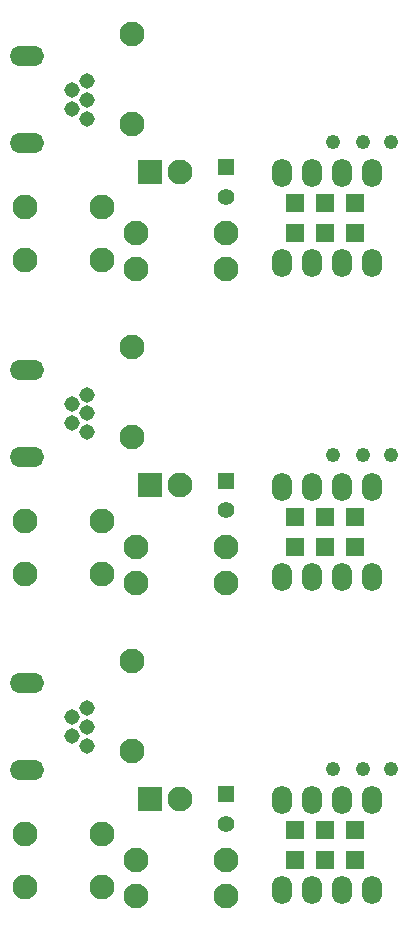
<source format=gbs>
G04 #@! TF.FileFunction,Soldermask,Bot*
%FSLAX46Y46*%
G04 Gerber Fmt 4.6, Leading zero omitted, Abs format (unit mm)*
G04 Created by KiCad (PCBNEW 4.0.5+dfsg1-4) date Tue Nov  6 22:35:12 2018*
%MOMM*%
%LPD*%
G01*
G04 APERTURE LIST*
%ADD10C,0.100000*%
%ADD11R,1.625600X1.625600*%
%ADD12C,2.101600*%
%ADD13C,1.309600*%
%ADD14O,2.901600X1.701600*%
%ADD15C,2.100580*%
%ADD16R,2.101600X2.101600*%
%ADD17O,1.701600X2.401600*%
%ADD18C,1.244600*%
%ADD19R,1.401600X1.401600*%
%ADD20C,1.401600*%
G04 APERTURE END LIST*
D10*
D11*
X176022000Y-76073000D03*
X173482000Y-76073000D03*
X173482000Y-78613000D03*
X176022000Y-78613000D03*
X170942000Y-76073000D03*
X170942000Y-78613000D03*
D12*
X154559000Y-76399000D03*
X154559000Y-80899000D03*
X148059000Y-76399000D03*
X148059000Y-80899000D03*
D13*
X153259000Y-67310000D03*
X153259000Y-68910000D03*
X152059000Y-66510000D03*
X152059000Y-68110000D03*
X153259000Y-65710000D03*
D14*
X148209000Y-70993000D03*
X148209000Y-63627000D03*
D15*
X165100000Y-78613000D03*
X157480000Y-78613000D03*
D16*
X158623000Y-73406000D03*
D12*
X161163000Y-73406000D03*
D17*
X169799000Y-81153000D03*
X172339000Y-81153000D03*
X174879000Y-81153000D03*
X177419000Y-81153000D03*
X177419000Y-73533000D03*
X174879000Y-73533000D03*
X172339000Y-73533000D03*
X169799000Y-73533000D03*
D18*
X179070000Y-70866000D03*
D19*
X165100000Y-73025000D03*
D20*
X165100000Y-75525000D03*
D15*
X165100000Y-81661000D03*
X157480000Y-81661000D03*
D18*
X176657000Y-70866000D03*
X174117000Y-70866000D03*
D15*
X157099000Y-69342000D03*
X157099000Y-61722000D03*
D11*
X176022000Y-102616000D03*
X173482000Y-102616000D03*
X173482000Y-105156000D03*
X176022000Y-105156000D03*
X170942000Y-102616000D03*
X170942000Y-105156000D03*
D19*
X165100000Y-99568000D03*
D20*
X165100000Y-102068000D03*
D18*
X174117000Y-97409000D03*
X176657000Y-97409000D03*
X179070000Y-97409000D03*
D17*
X169799000Y-107696000D03*
X172339000Y-107696000D03*
X174879000Y-107696000D03*
X177419000Y-107696000D03*
X177419000Y-100076000D03*
X174879000Y-100076000D03*
X172339000Y-100076000D03*
X169799000Y-100076000D03*
D15*
X165100000Y-108204000D03*
X157480000Y-108204000D03*
D12*
X154559000Y-102942000D03*
X154559000Y-107442000D03*
X148059000Y-102942000D03*
X148059000Y-107442000D03*
D15*
X157099000Y-95885000D03*
X157099000Y-88265000D03*
D13*
X153259000Y-93853000D03*
X153259000Y-95453000D03*
X152059000Y-93053000D03*
X152059000Y-94653000D03*
X153259000Y-92253000D03*
D14*
X148209000Y-97536000D03*
X148209000Y-90170000D03*
D16*
X158623000Y-99949000D03*
D12*
X161163000Y-99949000D03*
D15*
X165100000Y-105156000D03*
X157480000Y-105156000D03*
D16*
X158623000Y-126492000D03*
D12*
X161163000Y-126492000D03*
X154559000Y-129485000D03*
X154559000Y-133985000D03*
X148059000Y-129485000D03*
X148059000Y-133985000D03*
D19*
X165100000Y-126111000D03*
D20*
X165100000Y-128611000D03*
D18*
X176657000Y-123952000D03*
X174117000Y-123952000D03*
X179070000Y-123952000D03*
D13*
X153259000Y-120396000D03*
X153259000Y-121996000D03*
X152059000Y-119596000D03*
X152059000Y-121196000D03*
X153259000Y-118796000D03*
D14*
X148209000Y-124079000D03*
X148209000Y-116713000D03*
D15*
X157099000Y-122428000D03*
X157099000Y-114808000D03*
X165100000Y-131699000D03*
X157480000Y-131699000D03*
X165100000Y-134747000D03*
X157480000Y-134747000D03*
D17*
X169799000Y-134239000D03*
X172339000Y-134239000D03*
X174879000Y-134239000D03*
X177419000Y-134239000D03*
X177419000Y-126619000D03*
X174879000Y-126619000D03*
X172339000Y-126619000D03*
X169799000Y-126619000D03*
D11*
X176022000Y-129159000D03*
X173482000Y-129159000D03*
X173482000Y-131699000D03*
X176022000Y-131699000D03*
X170942000Y-129159000D03*
X170942000Y-131699000D03*
M02*

</source>
